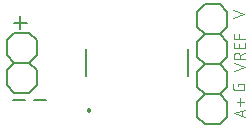
<source format=gbr>
G04 EAGLE Gerber RS-274X export*
G75*
%MOMM*%
%FSLAX34Y34*%
%LPD*%
%INSilkscreen Top*%
%IPPOS*%
%AMOC8*
5,1,8,0,0,1.08239X$1,22.5*%
G01*
%ADD10C,0.152400*%
%ADD11C,0.076200*%
%ADD12C,0.127000*%
%ADD13C,0.200000*%


D10*
X162052Y287754D02*
X172889Y287754D01*
X167471Y282335D02*
X167471Y293172D01*
X171912Y222398D02*
X161075Y222398D01*
X178791Y222398D02*
X189628Y222398D01*
D11*
X347894Y291838D02*
X357292Y294971D01*
X347894Y298104D01*
X357640Y250131D02*
X348242Y246999D01*
X348242Y253264D02*
X357640Y250131D01*
X357640Y257027D02*
X348242Y257027D01*
X348242Y259637D01*
X348241Y259637D02*
X348243Y259738D01*
X348249Y259839D01*
X348259Y259940D01*
X348272Y260040D01*
X348290Y260140D01*
X348311Y260239D01*
X348337Y260337D01*
X348366Y260434D01*
X348398Y260530D01*
X348435Y260624D01*
X348475Y260717D01*
X348519Y260809D01*
X348566Y260898D01*
X348617Y260986D01*
X348671Y261072D01*
X348728Y261155D01*
X348788Y261237D01*
X348852Y261315D01*
X348918Y261392D01*
X348988Y261465D01*
X349060Y261536D01*
X349135Y261604D01*
X349213Y261669D01*
X349293Y261731D01*
X349375Y261790D01*
X349460Y261846D01*
X349547Y261898D01*
X349635Y261947D01*
X349726Y261993D01*
X349818Y262034D01*
X349912Y262073D01*
X350007Y262107D01*
X350103Y262138D01*
X350201Y262165D01*
X350299Y262189D01*
X350399Y262208D01*
X350499Y262224D01*
X350599Y262236D01*
X350700Y262244D01*
X350801Y262248D01*
X350903Y262248D01*
X351004Y262244D01*
X351105Y262236D01*
X351205Y262224D01*
X351305Y262208D01*
X351405Y262189D01*
X351503Y262165D01*
X351601Y262138D01*
X351697Y262107D01*
X351792Y262073D01*
X351886Y262034D01*
X351978Y261993D01*
X352069Y261947D01*
X352158Y261898D01*
X352244Y261846D01*
X352329Y261790D01*
X352411Y261731D01*
X352491Y261669D01*
X352569Y261604D01*
X352644Y261536D01*
X352716Y261465D01*
X352786Y261392D01*
X352852Y261315D01*
X352916Y261237D01*
X352976Y261155D01*
X353033Y261072D01*
X353087Y260986D01*
X353138Y260898D01*
X353185Y260809D01*
X353229Y260717D01*
X353269Y260624D01*
X353306Y260530D01*
X353338Y260434D01*
X353367Y260337D01*
X353393Y260239D01*
X353414Y260140D01*
X353432Y260040D01*
X353445Y259940D01*
X353455Y259839D01*
X353461Y259738D01*
X353463Y259637D01*
X353463Y257027D01*
X353463Y260159D02*
X357640Y262248D01*
X357640Y266436D02*
X357640Y270613D01*
X357640Y266436D02*
X348242Y266436D01*
X348242Y270613D01*
X352419Y269568D02*
X352419Y266436D01*
X348242Y274360D02*
X357640Y274360D01*
X348242Y274360D02*
X348242Y278537D01*
X352419Y278537D02*
X352419Y274360D01*
X352016Y235657D02*
X352016Y234090D01*
X352016Y235657D02*
X357237Y235657D01*
X357237Y232524D01*
X357236Y232524D02*
X357234Y232435D01*
X357228Y232347D01*
X357219Y232259D01*
X357206Y232171D01*
X357189Y232084D01*
X357169Y231998D01*
X357144Y231913D01*
X357117Y231828D01*
X357085Y231745D01*
X357051Y231664D01*
X357012Y231584D01*
X356971Y231506D01*
X356926Y231429D01*
X356878Y231355D01*
X356827Y231282D01*
X356773Y231212D01*
X356715Y231145D01*
X356655Y231079D01*
X356593Y231017D01*
X356527Y230957D01*
X356460Y230899D01*
X356390Y230845D01*
X356317Y230794D01*
X356243Y230746D01*
X356166Y230701D01*
X356088Y230660D01*
X356008Y230621D01*
X355927Y230587D01*
X355844Y230555D01*
X355759Y230528D01*
X355674Y230503D01*
X355588Y230483D01*
X355501Y230466D01*
X355413Y230453D01*
X355325Y230444D01*
X355237Y230438D01*
X355148Y230436D01*
X349927Y230436D01*
X349927Y230435D02*
X349836Y230437D01*
X349745Y230443D01*
X349654Y230453D01*
X349564Y230467D01*
X349475Y230485D01*
X349386Y230506D01*
X349299Y230532D01*
X349213Y230561D01*
X349128Y230594D01*
X349044Y230631D01*
X348962Y230671D01*
X348883Y230715D01*
X348805Y230762D01*
X348729Y230813D01*
X348655Y230867D01*
X348584Y230924D01*
X348516Y230984D01*
X348450Y231047D01*
X348387Y231113D01*
X348327Y231181D01*
X348270Y231252D01*
X348216Y231326D01*
X348165Y231402D01*
X348118Y231479D01*
X348074Y231559D01*
X348034Y231641D01*
X347997Y231725D01*
X347964Y231809D01*
X347935Y231896D01*
X347909Y231983D01*
X347888Y232072D01*
X347870Y232161D01*
X347856Y232251D01*
X347846Y232342D01*
X347840Y232433D01*
X347838Y232524D01*
X347839Y232524D02*
X347839Y235657D01*
X348246Y210947D02*
X357644Y207814D01*
X357644Y214080D02*
X348246Y210947D01*
X355294Y213296D02*
X355294Y208597D01*
X353989Y217568D02*
X353989Y223833D01*
X357122Y220701D02*
X350856Y220701D01*
D12*
X309950Y242300D02*
X309950Y265700D01*
X223450Y265700D02*
X223450Y242300D01*
D13*
X224700Y213500D02*
X224702Y213563D01*
X224708Y213625D01*
X224718Y213687D01*
X224731Y213749D01*
X224749Y213809D01*
X224770Y213868D01*
X224795Y213926D01*
X224824Y213982D01*
X224856Y214036D01*
X224891Y214088D01*
X224929Y214137D01*
X224971Y214185D01*
X225015Y214229D01*
X225063Y214271D01*
X225112Y214309D01*
X225164Y214344D01*
X225218Y214376D01*
X225274Y214405D01*
X225332Y214430D01*
X225391Y214451D01*
X225451Y214469D01*
X225513Y214482D01*
X225575Y214492D01*
X225637Y214498D01*
X225700Y214500D01*
X225763Y214498D01*
X225825Y214492D01*
X225887Y214482D01*
X225949Y214469D01*
X226009Y214451D01*
X226068Y214430D01*
X226126Y214405D01*
X226182Y214376D01*
X226236Y214344D01*
X226288Y214309D01*
X226337Y214271D01*
X226385Y214229D01*
X226429Y214185D01*
X226471Y214137D01*
X226509Y214088D01*
X226544Y214036D01*
X226576Y213982D01*
X226605Y213926D01*
X226630Y213868D01*
X226651Y213809D01*
X226669Y213749D01*
X226682Y213687D01*
X226692Y213625D01*
X226698Y213563D01*
X226700Y213500D01*
X226698Y213437D01*
X226692Y213375D01*
X226682Y213313D01*
X226669Y213251D01*
X226651Y213191D01*
X226630Y213132D01*
X226605Y213074D01*
X226576Y213018D01*
X226544Y212964D01*
X226509Y212912D01*
X226471Y212863D01*
X226429Y212815D01*
X226385Y212771D01*
X226337Y212729D01*
X226288Y212691D01*
X226236Y212656D01*
X226182Y212624D01*
X226126Y212595D01*
X226068Y212570D01*
X226009Y212549D01*
X225949Y212531D01*
X225887Y212518D01*
X225825Y212508D01*
X225763Y212502D01*
X225700Y212500D01*
X225637Y212502D01*
X225575Y212508D01*
X225513Y212518D01*
X225451Y212531D01*
X225391Y212549D01*
X225332Y212570D01*
X225274Y212595D01*
X225218Y212624D01*
X225164Y212656D01*
X225112Y212691D01*
X225063Y212729D01*
X225015Y212771D01*
X224971Y212815D01*
X224929Y212863D01*
X224891Y212912D01*
X224856Y212964D01*
X224824Y213018D01*
X224795Y213074D01*
X224770Y213132D01*
X224749Y213191D01*
X224731Y213251D01*
X224718Y213313D01*
X224708Y213375D01*
X224702Y213437D01*
X224700Y213500D01*
D10*
X181610Y260350D02*
X181610Y273050D01*
X181610Y260350D02*
X175260Y254000D01*
X162560Y254000D01*
X156210Y260350D01*
X162560Y279400D02*
X175260Y279400D01*
X181610Y273050D01*
X162560Y279400D02*
X156210Y273050D01*
X156210Y260350D01*
X175260Y254000D02*
X181610Y247650D01*
X181610Y234950D01*
X175260Y228600D01*
X162560Y228600D01*
X156210Y234950D01*
X156210Y247650D01*
X162560Y254000D01*
X336550Y252730D02*
X342900Y246380D01*
X342900Y233680D01*
X336550Y227330D01*
X323850Y227330D01*
X317500Y233680D01*
X317500Y246380D01*
X323850Y252730D01*
X342900Y284480D02*
X342900Y297180D01*
X342900Y284480D02*
X336550Y278130D01*
X323850Y278130D01*
X317500Y284480D01*
X336550Y278130D02*
X342900Y271780D01*
X342900Y259080D01*
X336550Y252730D01*
X323850Y252730D01*
X317500Y259080D01*
X317500Y271780D01*
X323850Y278130D01*
X323850Y303530D02*
X336550Y303530D01*
X342900Y297180D01*
X323850Y303530D02*
X317500Y297180D01*
X317500Y284480D01*
X342900Y220980D02*
X342900Y208280D01*
X336550Y201930D01*
X323850Y201930D01*
X317500Y208280D01*
X336550Y227330D02*
X342900Y220980D01*
X323850Y227330D02*
X317500Y220980D01*
X317500Y208280D01*
M02*

</source>
